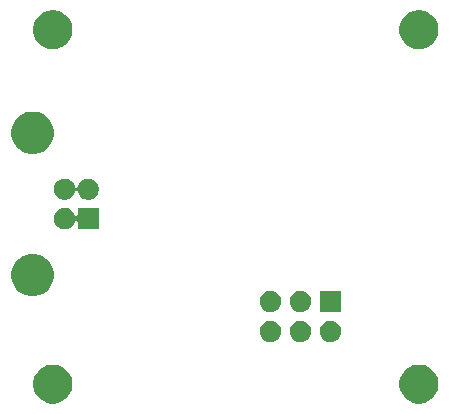
<source format=gbr>
G04 #@! TF.GenerationSoftware,KiCad,Pcbnew,(5.1.5-0-10_14)*
G04 #@! TF.CreationDate,2020-04-18T12:09:05+12:00*
G04 #@! TF.ProjectId,ZapierStompBox,5a617069-6572-4537-946f-6d70426f782e,rev?*
G04 #@! TF.SameCoordinates,Original*
G04 #@! TF.FileFunction,Soldermask,Bot*
G04 #@! TF.FilePolarity,Negative*
%FSLAX46Y46*%
G04 Gerber Fmt 4.6, Leading zero omitted, Abs format (unit mm)*
G04 Created by KiCad (PCBNEW (5.1.5-0-10_14)) date 2020-04-18 12:09:05*
%MOMM*%
%LPD*%
G04 APERTURE LIST*
%ADD10C,0.100000*%
G04 APERTURE END LIST*
D10*
G36*
X400375256Y51608702D02*
G01*
X400481579Y51587553D01*
X400782042Y51463097D01*
X401052451Y51282415D01*
X401282415Y51052451D01*
X401463097Y50782042D01*
X401587553Y50481579D01*
X401651000Y50162609D01*
X401651000Y49837391D01*
X401587553Y49518421D01*
X401463097Y49217958D01*
X401282415Y48947549D01*
X401052451Y48717585D01*
X400782042Y48536903D01*
X400481579Y48412447D01*
X400375256Y48391298D01*
X400162611Y48349000D01*
X399837389Y48349000D01*
X399624744Y48391298D01*
X399518421Y48412447D01*
X399217958Y48536903D01*
X398947549Y48717585D01*
X398717585Y48947549D01*
X398536903Y49217958D01*
X398412447Y49518421D01*
X398349000Y49837391D01*
X398349000Y50162609D01*
X398412447Y50481579D01*
X398536903Y50782042D01*
X398717585Y51052451D01*
X398947549Y51282415D01*
X399217958Y51463097D01*
X399518421Y51587553D01*
X399624744Y51608702D01*
X399837389Y51651000D01*
X400162611Y51651000D01*
X400375256Y51608702D01*
G37*
G36*
X369375256Y51608702D02*
G01*
X369481579Y51587553D01*
X369782042Y51463097D01*
X370052451Y51282415D01*
X370282415Y51052451D01*
X370463097Y50782042D01*
X370587553Y50481579D01*
X370651000Y50162609D01*
X370651000Y49837391D01*
X370587553Y49518421D01*
X370463097Y49217958D01*
X370282415Y48947549D01*
X370052451Y48717585D01*
X369782042Y48536903D01*
X369481579Y48412447D01*
X369375256Y48391298D01*
X369162611Y48349000D01*
X368837389Y48349000D01*
X368624744Y48391298D01*
X368518421Y48412447D01*
X368217958Y48536903D01*
X367947549Y48717585D01*
X367717585Y48947549D01*
X367536903Y49217958D01*
X367412447Y49518421D01*
X367349000Y49837391D01*
X367349000Y50162609D01*
X367412447Y50481579D01*
X367536903Y50782042D01*
X367717585Y51052451D01*
X367947549Y51282415D01*
X368217958Y51463097D01*
X368518421Y51587553D01*
X368624744Y51608702D01*
X368837389Y51651000D01*
X369162611Y51651000D01*
X369375256Y51608702D01*
G37*
G36*
X387533512Y55356073D02*
G01*
X387682812Y55326376D01*
X387846784Y55258456D01*
X387994354Y55159853D01*
X388119853Y55034354D01*
X388218456Y54886784D01*
X388286376Y54722812D01*
X388321000Y54548741D01*
X388321000Y54371259D01*
X388286376Y54197188D01*
X388218456Y54033216D01*
X388119853Y53885646D01*
X387994354Y53760147D01*
X387846784Y53661544D01*
X387682812Y53593624D01*
X387533512Y53563927D01*
X387508742Y53559000D01*
X387331258Y53559000D01*
X387306488Y53563927D01*
X387157188Y53593624D01*
X386993216Y53661544D01*
X386845646Y53760147D01*
X386720147Y53885646D01*
X386621544Y54033216D01*
X386553624Y54197188D01*
X386519000Y54371259D01*
X386519000Y54548741D01*
X386553624Y54722812D01*
X386621544Y54886784D01*
X386720147Y55034354D01*
X386845646Y55159853D01*
X386993216Y55258456D01*
X387157188Y55326376D01*
X387306488Y55356073D01*
X387331258Y55361000D01*
X387508742Y55361000D01*
X387533512Y55356073D01*
G37*
G36*
X390073512Y55356073D02*
G01*
X390222812Y55326376D01*
X390386784Y55258456D01*
X390534354Y55159853D01*
X390659853Y55034354D01*
X390758456Y54886784D01*
X390826376Y54722812D01*
X390861000Y54548741D01*
X390861000Y54371259D01*
X390826376Y54197188D01*
X390758456Y54033216D01*
X390659853Y53885646D01*
X390534354Y53760147D01*
X390386784Y53661544D01*
X390222812Y53593624D01*
X390073512Y53563927D01*
X390048742Y53559000D01*
X389871258Y53559000D01*
X389846488Y53563927D01*
X389697188Y53593624D01*
X389533216Y53661544D01*
X389385646Y53760147D01*
X389260147Y53885646D01*
X389161544Y54033216D01*
X389093624Y54197188D01*
X389059000Y54371259D01*
X389059000Y54548741D01*
X389093624Y54722812D01*
X389161544Y54886784D01*
X389260147Y55034354D01*
X389385646Y55159853D01*
X389533216Y55258456D01*
X389697188Y55326376D01*
X389846488Y55356073D01*
X389871258Y55361000D01*
X390048742Y55361000D01*
X390073512Y55356073D01*
G37*
G36*
X392613512Y55356073D02*
G01*
X392762812Y55326376D01*
X392926784Y55258456D01*
X393074354Y55159853D01*
X393199853Y55034354D01*
X393298456Y54886784D01*
X393366376Y54722812D01*
X393401000Y54548741D01*
X393401000Y54371259D01*
X393366376Y54197188D01*
X393298456Y54033216D01*
X393199853Y53885646D01*
X393074354Y53760147D01*
X392926784Y53661544D01*
X392762812Y53593624D01*
X392613512Y53563927D01*
X392588742Y53559000D01*
X392411258Y53559000D01*
X392386488Y53563927D01*
X392237188Y53593624D01*
X392073216Y53661544D01*
X391925646Y53760147D01*
X391800147Y53885646D01*
X391701544Y54033216D01*
X391633624Y54197188D01*
X391599000Y54371259D01*
X391599000Y54548741D01*
X391633624Y54722812D01*
X391701544Y54886784D01*
X391800147Y55034354D01*
X391925646Y55159853D01*
X392073216Y55258456D01*
X392237188Y55326376D01*
X392386488Y55356073D01*
X392411258Y55361000D01*
X392588742Y55361000D01*
X392613512Y55356073D01*
G37*
G36*
X393401000Y56099000D02*
G01*
X391599000Y56099000D01*
X391599000Y57901000D01*
X393401000Y57901000D01*
X393401000Y56099000D01*
G37*
G36*
X390073512Y57896073D02*
G01*
X390222812Y57866376D01*
X390386784Y57798456D01*
X390534354Y57699853D01*
X390659853Y57574354D01*
X390758456Y57426784D01*
X390826376Y57262812D01*
X390861000Y57088741D01*
X390861000Y56911259D01*
X390826376Y56737188D01*
X390758456Y56573216D01*
X390659853Y56425646D01*
X390534354Y56300147D01*
X390386784Y56201544D01*
X390222812Y56133624D01*
X390073512Y56103927D01*
X390048742Y56099000D01*
X389871258Y56099000D01*
X389846488Y56103927D01*
X389697188Y56133624D01*
X389533216Y56201544D01*
X389385646Y56300147D01*
X389260147Y56425646D01*
X389161544Y56573216D01*
X389093624Y56737188D01*
X389059000Y56911259D01*
X389059000Y57088741D01*
X389093624Y57262812D01*
X389161544Y57426784D01*
X389260147Y57574354D01*
X389385646Y57699853D01*
X389533216Y57798456D01*
X389697188Y57866376D01*
X389846488Y57896073D01*
X389871258Y57901000D01*
X390048742Y57901000D01*
X390073512Y57896073D01*
G37*
G36*
X387533512Y57896073D02*
G01*
X387682812Y57866376D01*
X387846784Y57798456D01*
X387994354Y57699853D01*
X388119853Y57574354D01*
X388218456Y57426784D01*
X388286376Y57262812D01*
X388321000Y57088741D01*
X388321000Y56911259D01*
X388286376Y56737188D01*
X388218456Y56573216D01*
X388119853Y56425646D01*
X387994354Y56300147D01*
X387846784Y56201544D01*
X387682812Y56133624D01*
X387533512Y56103927D01*
X387508742Y56099000D01*
X387331258Y56099000D01*
X387306488Y56103927D01*
X387157188Y56133624D01*
X386993216Y56201544D01*
X386845646Y56300147D01*
X386720147Y56425646D01*
X386621544Y56573216D01*
X386553624Y56737188D01*
X386519000Y56911259D01*
X386519000Y57088741D01*
X386553624Y57262812D01*
X386621544Y57426784D01*
X386720147Y57574354D01*
X386845646Y57699853D01*
X386993216Y57798456D01*
X387157188Y57866376D01*
X387306488Y57896073D01*
X387331258Y57901000D01*
X387508742Y57901000D01*
X387533512Y57896073D01*
G37*
G36*
X367815331Y60961789D02*
G01*
X368143092Y60826026D01*
X368438070Y60628928D01*
X368688928Y60378070D01*
X368886026Y60083092D01*
X369021789Y59755331D01*
X369091000Y59407384D01*
X369091000Y59052616D01*
X369021789Y58704669D01*
X368886026Y58376908D01*
X368688928Y58081930D01*
X368438070Y57831072D01*
X368143092Y57633974D01*
X367815331Y57498211D01*
X367467384Y57429000D01*
X367112616Y57429000D01*
X366764669Y57498211D01*
X366436908Y57633974D01*
X366141930Y57831072D01*
X365891072Y58081930D01*
X365693974Y58376908D01*
X365558211Y58704669D01*
X365489000Y59052616D01*
X365489000Y59407384D01*
X365558211Y59755331D01*
X365693974Y60083092D01*
X365891072Y60378070D01*
X366141930Y60628928D01*
X366436908Y60826026D01*
X366764669Y60961789D01*
X367112616Y61031000D01*
X367467384Y61031000D01*
X367815331Y60961789D01*
G37*
G36*
X370113512Y64896073D02*
G01*
X370262812Y64866376D01*
X370426784Y64798456D01*
X370574354Y64699853D01*
X370699853Y64574354D01*
X370798456Y64426784D01*
X370858523Y64281771D01*
X370870068Y64260171D01*
X370885613Y64241229D01*
X370904555Y64225684D01*
X370926166Y64214133D01*
X370949615Y64207020D01*
X370974001Y64204618D01*
X370998387Y64207020D01*
X371021836Y64214133D01*
X371043447Y64225684D01*
X371062389Y64241229D01*
X371077934Y64260171D01*
X371089485Y64281782D01*
X371096598Y64305231D01*
X371099000Y64329617D01*
X371099000Y64901000D01*
X372901000Y64901000D01*
X372901000Y63099000D01*
X371099000Y63099000D01*
X371099000Y63670383D01*
X371096598Y63694769D01*
X371089485Y63718218D01*
X371077934Y63739829D01*
X371062389Y63758771D01*
X371043447Y63774316D01*
X371021836Y63785867D01*
X370998387Y63792980D01*
X370974001Y63795382D01*
X370949615Y63792980D01*
X370926166Y63785867D01*
X370904555Y63774316D01*
X370885613Y63758771D01*
X370870068Y63739829D01*
X370858523Y63718229D01*
X370798456Y63573216D01*
X370699853Y63425646D01*
X370574354Y63300147D01*
X370426784Y63201544D01*
X370262812Y63133624D01*
X370113512Y63103927D01*
X370088742Y63099000D01*
X369911258Y63099000D01*
X369886488Y63103927D01*
X369737188Y63133624D01*
X369573216Y63201544D01*
X369425646Y63300147D01*
X369300147Y63425646D01*
X369201544Y63573216D01*
X369133624Y63737188D01*
X369099000Y63911259D01*
X369099000Y64088741D01*
X369133624Y64262812D01*
X369201544Y64426784D01*
X369300147Y64574354D01*
X369425646Y64699853D01*
X369573216Y64798456D01*
X369737188Y64866376D01*
X369886488Y64896073D01*
X369911258Y64901000D01*
X370088742Y64901000D01*
X370113512Y64896073D01*
G37*
G36*
X370113512Y67396073D02*
G01*
X370262812Y67366376D01*
X370426784Y67298456D01*
X370574354Y67199853D01*
X370699853Y67074354D01*
X370798456Y66926784D01*
X370866376Y66762812D01*
X370877405Y66707362D01*
X370884516Y66683922D01*
X370896067Y66662311D01*
X370911613Y66643369D01*
X370930555Y66627824D01*
X370952165Y66616273D01*
X370975614Y66609160D01*
X371000000Y66606758D01*
X371024387Y66609160D01*
X371047835Y66616273D01*
X371069446Y66627824D01*
X371088388Y66643370D01*
X371103933Y66662312D01*
X371115484Y66683922D01*
X371122595Y66707362D01*
X371133624Y66762812D01*
X371201544Y66926784D01*
X371300147Y67074354D01*
X371425646Y67199853D01*
X371573216Y67298456D01*
X371737188Y67366376D01*
X371886488Y67396073D01*
X371911258Y67401000D01*
X372088742Y67401000D01*
X372113512Y67396073D01*
X372262812Y67366376D01*
X372426784Y67298456D01*
X372574354Y67199853D01*
X372699853Y67074354D01*
X372798456Y66926784D01*
X372866376Y66762812D01*
X372901000Y66588741D01*
X372901000Y66411259D01*
X372866376Y66237188D01*
X372798456Y66073216D01*
X372699853Y65925646D01*
X372574354Y65800147D01*
X372426784Y65701544D01*
X372262812Y65633624D01*
X372113512Y65603927D01*
X372088742Y65599000D01*
X371911258Y65599000D01*
X371886488Y65603927D01*
X371737188Y65633624D01*
X371573216Y65701544D01*
X371425646Y65800147D01*
X371300147Y65925646D01*
X371201544Y66073216D01*
X371133624Y66237188D01*
X371122595Y66292638D01*
X371115484Y66316078D01*
X371103933Y66337689D01*
X371088387Y66356631D01*
X371069445Y66372176D01*
X371047835Y66383727D01*
X371024386Y66390840D01*
X371000000Y66393242D01*
X370975613Y66390840D01*
X370952165Y66383727D01*
X370930554Y66372176D01*
X370911612Y66356630D01*
X370896067Y66337688D01*
X370884516Y66316078D01*
X370877405Y66292638D01*
X370866376Y66237188D01*
X370798456Y66073216D01*
X370699853Y65925646D01*
X370574354Y65800147D01*
X370426784Y65701544D01*
X370262812Y65633624D01*
X370113512Y65603927D01*
X370088742Y65599000D01*
X369911258Y65599000D01*
X369886488Y65603927D01*
X369737188Y65633624D01*
X369573216Y65701544D01*
X369425646Y65800147D01*
X369300147Y65925646D01*
X369201544Y66073216D01*
X369133624Y66237188D01*
X369099000Y66411259D01*
X369099000Y66588741D01*
X369133624Y66762812D01*
X369201544Y66926784D01*
X369300147Y67074354D01*
X369425646Y67199853D01*
X369573216Y67298456D01*
X369737188Y67366376D01*
X369886488Y67396073D01*
X369911258Y67401000D01*
X370088742Y67401000D01*
X370113512Y67396073D01*
G37*
G36*
X367815331Y73001789D02*
G01*
X368143092Y72866026D01*
X368438070Y72668928D01*
X368688928Y72418070D01*
X368886026Y72123092D01*
X369021789Y71795331D01*
X369091000Y71447384D01*
X369091000Y71092616D01*
X369021789Y70744669D01*
X368886026Y70416908D01*
X368688928Y70121930D01*
X368438070Y69871072D01*
X368143092Y69673974D01*
X367815331Y69538211D01*
X367467384Y69469000D01*
X367112616Y69469000D01*
X366764669Y69538211D01*
X366436908Y69673974D01*
X366141930Y69871072D01*
X365891072Y70121930D01*
X365693974Y70416908D01*
X365558211Y70744669D01*
X365489000Y71092616D01*
X365489000Y71447384D01*
X365558211Y71795331D01*
X365693974Y72123092D01*
X365891072Y72418070D01*
X366141930Y72668928D01*
X366436908Y72866026D01*
X366764669Y73001789D01*
X367112616Y73071000D01*
X367467384Y73071000D01*
X367815331Y73001789D01*
G37*
G36*
X400375256Y81608702D02*
G01*
X400481579Y81587553D01*
X400782042Y81463097D01*
X401052451Y81282415D01*
X401282415Y81052451D01*
X401463097Y80782042D01*
X401587553Y80481579D01*
X401651000Y80162609D01*
X401651000Y79837391D01*
X401587553Y79518421D01*
X401463097Y79217958D01*
X401282415Y78947549D01*
X401052451Y78717585D01*
X400782042Y78536903D01*
X400481579Y78412447D01*
X400375256Y78391298D01*
X400162611Y78349000D01*
X399837389Y78349000D01*
X399624744Y78391298D01*
X399518421Y78412447D01*
X399217958Y78536903D01*
X398947549Y78717585D01*
X398717585Y78947549D01*
X398536903Y79217958D01*
X398412447Y79518421D01*
X398349000Y79837391D01*
X398349000Y80162609D01*
X398412447Y80481579D01*
X398536903Y80782042D01*
X398717585Y81052451D01*
X398947549Y81282415D01*
X399217958Y81463097D01*
X399518421Y81587553D01*
X399624744Y81608702D01*
X399837389Y81651000D01*
X400162611Y81651000D01*
X400375256Y81608702D01*
G37*
G36*
X369375256Y81608702D02*
G01*
X369481579Y81587553D01*
X369782042Y81463097D01*
X370052451Y81282415D01*
X370282415Y81052451D01*
X370463097Y80782042D01*
X370587553Y80481579D01*
X370651000Y80162609D01*
X370651000Y79837391D01*
X370587553Y79518421D01*
X370463097Y79217958D01*
X370282415Y78947549D01*
X370052451Y78717585D01*
X369782042Y78536903D01*
X369481579Y78412447D01*
X369375256Y78391298D01*
X369162611Y78349000D01*
X368837389Y78349000D01*
X368624744Y78391298D01*
X368518421Y78412447D01*
X368217958Y78536903D01*
X367947549Y78717585D01*
X367717585Y78947549D01*
X367536903Y79217958D01*
X367412447Y79518421D01*
X367349000Y79837391D01*
X367349000Y80162609D01*
X367412447Y80481579D01*
X367536903Y80782042D01*
X367717585Y81052451D01*
X367947549Y81282415D01*
X368217958Y81463097D01*
X368518421Y81587553D01*
X368624744Y81608702D01*
X368837389Y81651000D01*
X369162611Y81651000D01*
X369375256Y81608702D01*
G37*
M02*

</source>
